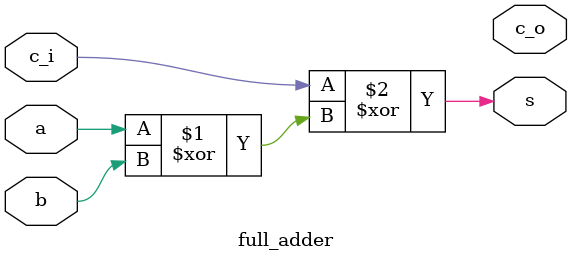
<source format=v>
module full_adder(a,b,c_i,s,c_o);
	input 	a,b,c_i;
	output	s, c_o;
	
	assign 	s 		= c_i ^ (a^b);
	assign 	c_0	= (c_i & (a^b)) | (b & ~(a^b));

endmodule 
</source>
